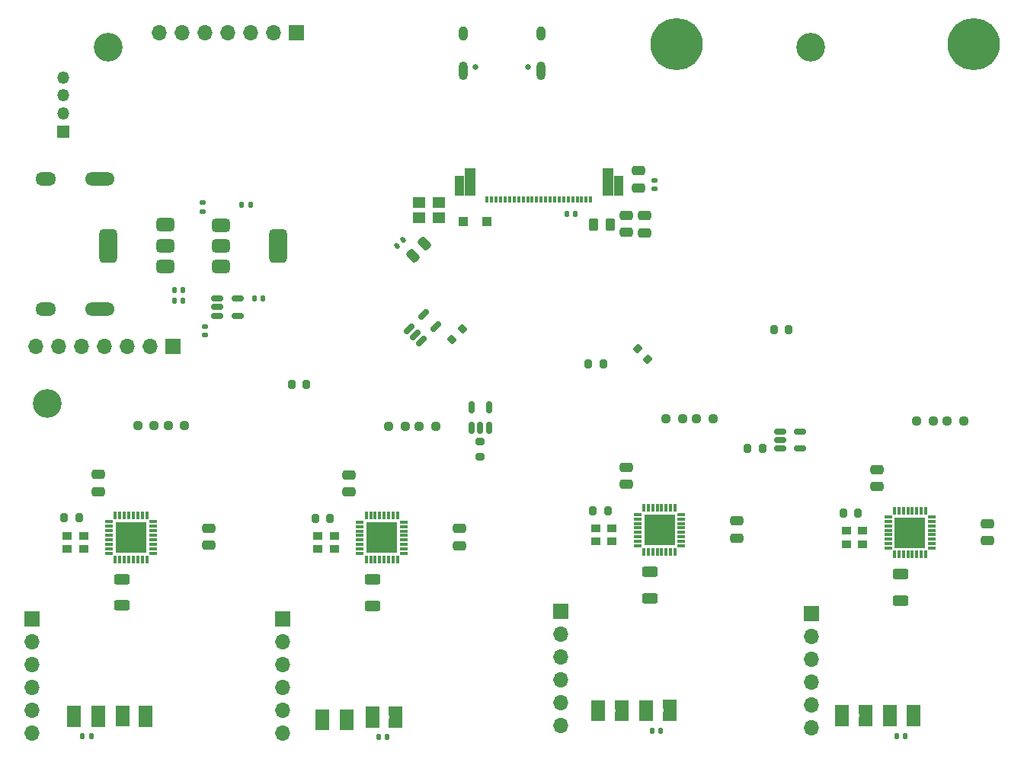
<source format=gbr>
%TF.GenerationSoftware,KiCad,Pcbnew,9.0.0*%
%TF.CreationDate,2026-01-02T12:40:45+01:00*%
%TF.ProjectId,camera,63616d65-7261-42e6-9b69-6361645f7063,rev?*%
%TF.SameCoordinates,Original*%
%TF.FileFunction,Soldermask,Bot*%
%TF.FilePolarity,Negative*%
%FSLAX46Y46*%
G04 Gerber Fmt 4.6, Leading zero omitted, Abs format (unit mm)*
G04 Created by KiCad (PCBNEW 9.0.0) date 2026-01-02 12:40:45*
%MOMM*%
%LPD*%
G01*
G04 APERTURE LIST*
G04 Aperture macros list*
%AMRoundRect*
0 Rectangle with rounded corners*
0 $1 Rounding radius*
0 $2 $3 $4 $5 $6 $7 $8 $9 X,Y pos of 4 corners*
0 Add a 4 corners polygon primitive as box body*
4,1,4,$2,$3,$4,$5,$6,$7,$8,$9,$2,$3,0*
0 Add four circle primitives for the rounded corners*
1,1,$1+$1,$2,$3*
1,1,$1+$1,$4,$5*
1,1,$1+$1,$6,$7*
1,1,$1+$1,$8,$9*
0 Add four rect primitives between the rounded corners*
20,1,$1+$1,$2,$3,$4,$5,0*
20,1,$1+$1,$4,$5,$6,$7,0*
20,1,$1+$1,$6,$7,$8,$9,0*
20,1,$1+$1,$8,$9,$2,$3,0*%
G04 Aperture macros list end*
%ADD10R,1.700000X1.700000*%
%ADD11O,1.700000X1.700000*%
%ADD12O,3.300000X1.500000*%
%ADD13O,2.300000X1.500000*%
%ADD14C,5.800000*%
%ADD15R,1.350000X1.350000*%
%ADD16O,1.350000X1.350000*%
%ADD17C,3.200000*%
%ADD18C,0.650000*%
%ADD19O,1.000000X2.100000*%
%ADD20O,1.000000X1.600000*%
%ADD21RoundRect,0.237500X-0.250000X-0.237500X0.250000X-0.237500X0.250000X0.237500X-0.250000X0.237500X0*%
%ADD22RoundRect,0.140000X0.021213X-0.219203X0.219203X-0.021213X-0.021213X0.219203X-0.219203X0.021213X0*%
%ADD23RoundRect,0.200000X-0.200000X-0.275000X0.200000X-0.275000X0.200000X0.275000X-0.200000X0.275000X0*%
%ADD24RoundRect,0.140000X0.140000X0.170000X-0.140000X0.170000X-0.140000X-0.170000X0.140000X-0.170000X0*%
%ADD25RoundRect,0.250000X-0.475000X0.250000X-0.475000X-0.250000X0.475000X-0.250000X0.475000X0.250000X0*%
%ADD26RoundRect,0.250000X-0.625000X0.312500X-0.625000X-0.312500X0.625000X-0.312500X0.625000X0.312500X0*%
%ADD27R,1.000000X1.000000*%
%ADD28R,1.500000X1.000000*%
%ADD29R,1.050000X0.950000*%
%ADD30RoundRect,0.140000X-0.140000X-0.170000X0.140000X-0.170000X0.140000X0.170000X-0.140000X0.170000X0*%
%ADD31RoundRect,0.200000X0.200000X0.275000X-0.200000X0.275000X-0.200000X-0.275000X0.200000X-0.275000X0*%
%ADD32RoundRect,0.140000X-0.170000X0.140000X-0.170000X-0.140000X0.170000X-0.140000X0.170000X0.140000X0*%
%ADD33RoundRect,0.237500X0.250000X0.237500X-0.250000X0.237500X-0.250000X-0.237500X0.250000X-0.237500X0*%
%ADD34RoundRect,0.250000X-0.159099X0.512652X-0.512652X0.159099X0.159099X-0.512652X0.512652X-0.159099X0*%
%ADD35R,0.300000X0.800000*%
%ADD36R,1.100000X2.200000*%
%ADD37R,1.300000X3.050000*%
%ADD38R,0.300000X0.850000*%
%ADD39R,0.850000X0.300000*%
%ADD40R,3.400000X3.400000*%
%ADD41RoundRect,0.375000X-0.625000X-0.375000X0.625000X-0.375000X0.625000X0.375000X-0.625000X0.375000X0*%
%ADD42RoundRect,0.500000X-0.500000X-1.400000X0.500000X-1.400000X0.500000X1.400000X-0.500000X1.400000X0*%
%ADD43RoundRect,0.200000X0.335876X0.053033X0.053033X0.335876X-0.335876X-0.053033X-0.053033X-0.335876X0*%
%ADD44RoundRect,0.200000X0.053033X-0.335876X0.335876X-0.053033X-0.053033X0.335876X-0.335876X0.053033X0*%
%ADD45RoundRect,0.150000X-0.512500X-0.150000X0.512500X-0.150000X0.512500X0.150000X-0.512500X0.150000X0*%
%ADD46RoundRect,0.150000X0.150000X-0.512500X0.150000X0.512500X-0.150000X0.512500X-0.150000X-0.512500X0*%
%ADD47R,1.400000X1.200000*%
%ADD48RoundRect,0.200000X0.275000X-0.200000X0.275000X0.200000X-0.275000X0.200000X-0.275000X-0.200000X0*%
%ADD49RoundRect,0.250000X-0.262500X-0.450000X0.262500X-0.450000X0.262500X0.450000X-0.262500X0.450000X0*%
%ADD50RoundRect,0.140000X0.170000X-0.140000X0.170000X0.140000X-0.170000X0.140000X-0.170000X-0.140000X0*%
%ADD51RoundRect,0.375000X0.625000X0.375000X-0.625000X0.375000X-0.625000X-0.375000X0.625000X-0.375000X0*%
%ADD52RoundRect,0.500000X0.500000X1.400000X-0.500000X1.400000X-0.500000X-1.400000X0.500000X-1.400000X0*%
%ADD53RoundRect,0.150000X-0.256326X-0.468458X0.468458X0.256326X0.256326X0.468458X-0.468458X-0.256326X0*%
G04 APERTURE END LIST*
%TO.C,JP10*%
G36*
X138145000Y-46705000D02*
G01*
X139645000Y-46705000D01*
X139645000Y-47005000D01*
X138145000Y-47005000D01*
X138145000Y-46705000D01*
G37*
%TO.C,JP4*%
G36*
X170540000Y-47230000D02*
G01*
X172040000Y-47230000D01*
X172040000Y-47530000D01*
X170540000Y-47530000D01*
X170540000Y-47230000D01*
G37*
%TO.C,JP12*%
G36*
X165245000Y-47230000D02*
G01*
X166745000Y-47230000D01*
X166745000Y-47530000D01*
X165245000Y-47530000D01*
X165245000Y-47230000D01*
G37*
%TO.C,JP8*%
G36*
X167890000Y-47230000D02*
G01*
X169390000Y-47230000D01*
X169390000Y-47530000D01*
X167890000Y-47530000D01*
X167890000Y-47230000D01*
G37*
%TO.C,JP11*%
G36*
X107535000Y-47725000D02*
G01*
X109035000Y-47725000D01*
X109035000Y-48025000D01*
X107535000Y-48025000D01*
X107535000Y-47725000D01*
G37*
%TO.C,JP14*%
G36*
X135495000Y-46675000D02*
G01*
X136995000Y-46675000D01*
X136995000Y-46975000D01*
X135495000Y-46975000D01*
X135495000Y-46675000D01*
G37*
%TO.C,JP9*%
G36*
X79945000Y-47310000D02*
G01*
X81445000Y-47310000D01*
X81445000Y-47610000D01*
X79945000Y-47610000D01*
X79945000Y-47310000D01*
G37*
%TO.C,JP1*%
G36*
X85220000Y-47315000D02*
G01*
X86720000Y-47315000D01*
X86720000Y-47615000D01*
X85220000Y-47615000D01*
X85220000Y-47315000D01*
G37*
%TO.C,JP5*%
G36*
X82635000Y-47295000D02*
G01*
X84135000Y-47295000D01*
X84135000Y-47595000D01*
X82635000Y-47595000D01*
X82635000Y-47295000D01*
G37*
%TO.C,JP13*%
G36*
X77250000Y-47315000D02*
G01*
X78750000Y-47315000D01*
X78750000Y-47615000D01*
X77250000Y-47615000D01*
X77250000Y-47315000D01*
G37*
%TO.C,JP15*%
G36*
X104850000Y-47715000D02*
G01*
X106350000Y-47715000D01*
X106350000Y-48015000D01*
X104850000Y-48015000D01*
X104850000Y-47715000D01*
G37*
%TO.C,JP7*%
G36*
X110410000Y-47410000D02*
G01*
X111910000Y-47410000D01*
X111910000Y-47710000D01*
X110410000Y-47710000D01*
X110410000Y-47410000D01*
G37*
%TO.C,JP16*%
G36*
X162570000Y-47245000D02*
G01*
X164070000Y-47245000D01*
X164070000Y-47545000D01*
X162570000Y-47545000D01*
X162570000Y-47245000D01*
G37*
%TO.C,JP3*%
G36*
X113005000Y-47415000D02*
G01*
X114505000Y-47415000D01*
X114505000Y-47715000D01*
X113005000Y-47715000D01*
X113005000Y-47415000D01*
G37*
%TO.C,JP2*%
G36*
X143485000Y-46655000D02*
G01*
X144985000Y-46655000D01*
X144985000Y-46955000D01*
X143485000Y-46955000D01*
X143485000Y-46655000D01*
G37*
%TO.C,JP6*%
G36*
X140820000Y-46680000D02*
G01*
X142320000Y-46680000D01*
X142320000Y-46980000D01*
X140820000Y-46980000D01*
X140820000Y-46680000D01*
G37*
%TD*%
D10*
%TO.C,J8*%
X73335000Y-36605000D03*
D11*
X73335000Y-39145000D03*
X73335000Y-41685000D03*
X73335000Y-44225000D03*
X73335000Y-46765000D03*
X73335000Y-49305000D03*
%TD*%
D12*
%TO.C,J3*%
X80835000Y-2217000D03*
X80835000Y12283000D03*
D13*
X74875000Y-2217000D03*
X74875000Y12283000D03*
%TD*%
D14*
%TO.C,U3*%
X177975000Y27315000D03*
X144975000Y27315000D03*
%TD*%
D10*
%TO.C,J1*%
X102745000Y28595000D03*
D11*
X100205000Y28595000D03*
X97665000Y28595000D03*
X95125000Y28595000D03*
X92585000Y28595000D03*
X90045000Y28595000D03*
X87505000Y28595000D03*
%TD*%
D15*
%TO.C,J16*%
X76815000Y17590000D03*
D16*
X76815000Y19590000D03*
X76815000Y21590000D03*
X76815000Y23590000D03*
%TD*%
D10*
%TO.C,J2*%
X88955000Y-6330000D03*
D11*
X86415000Y-6330000D03*
X83875000Y-6330000D03*
X81335000Y-6330000D03*
X78795000Y-6330000D03*
X76255000Y-6330000D03*
X73715000Y-6330000D03*
%TD*%
D10*
%TO.C,J10*%
X132062500Y-35802500D03*
D11*
X132062500Y-38342500D03*
X132062500Y-40882500D03*
X132062500Y-43422500D03*
X132062500Y-45962500D03*
X132062500Y-48502500D03*
%TD*%
D17*
%TO.C,H1*%
X75050000Y-12645000D03*
%TD*%
%TO.C,H4*%
X81820000Y26950000D03*
%TD*%
D10*
%TO.C,J14*%
X159911101Y-36070618D03*
D11*
X159911101Y-38610618D03*
X159911101Y-41150618D03*
X159911101Y-43690618D03*
X159911101Y-46230618D03*
X159911101Y-48770618D03*
%TD*%
D10*
%TO.C,J12*%
X101220000Y-36655000D03*
D11*
X101220000Y-39195000D03*
X101220000Y-41735000D03*
X101220000Y-44275000D03*
X101220000Y-46815000D03*
X101220000Y-49355000D03*
%TD*%
D17*
%TO.C,H2*%
X159850000Y26965000D03*
%TD*%
D18*
%TO.C,J4*%
X128425000Y24785000D03*
X122645000Y24785000D03*
D19*
X129855000Y24285000D03*
D20*
X129855000Y28465000D03*
D19*
X121215000Y24285000D03*
D20*
X121215000Y28465000D03*
%TD*%
D21*
%TO.C,R59*%
X112972500Y-15188899D03*
X114797500Y-15188899D03*
%TD*%
D22*
%TO.C,C136*%
X113855000Y4825000D03*
X114533822Y5503822D03*
%TD*%
D23*
%TO.C,R27*%
X102175000Y-10590000D03*
X103825000Y-10590000D03*
%TD*%
D24*
%TO.C,C32*%
X79920000Y-49715000D03*
X78960000Y-49715000D03*
%TD*%
D25*
%TO.C,C132*%
X141435000Y8195000D03*
X141435000Y6295000D03*
%TD*%
D26*
%TO.C,R52*%
X169871101Y-31678118D03*
X169871101Y-34603118D03*
%TD*%
D27*
%TO.C,TP6*%
X123900000Y7535000D03*
%TD*%
D26*
%TO.C,R36*%
X142022500Y-31410000D03*
X142022500Y-34335000D03*
%TD*%
D25*
%TO.C,C97*%
X120843899Y-26603899D03*
X120843899Y-28503899D03*
%TD*%
D28*
%TO.C,JP10*%
X138895000Y-46205000D03*
X138895000Y-47505000D03*
%TD*%
D25*
%TO.C,C131*%
X139400000Y8255000D03*
X139400000Y6355000D03*
%TD*%
D28*
%TO.C,JP4*%
X171290000Y-46730000D03*
X171290000Y-48030000D03*
%TD*%
%TO.C,JP12*%
X165995000Y-46730000D03*
X165995000Y-48030000D03*
%TD*%
D29*
%TO.C,Y6*%
X77225000Y-27385000D03*
X79075000Y-27385000D03*
X79075000Y-28835000D03*
X77225000Y-28835000D03*
%TD*%
D25*
%TO.C,C74*%
X151686399Y-25751399D03*
X151686399Y-27651399D03*
%TD*%
D30*
%TO.C,C13*%
X98060000Y-1035000D03*
X99020000Y-1035000D03*
%TD*%
D31*
%TO.C,R61*%
X157420000Y-4435000D03*
X155770000Y-4435000D03*
%TD*%
D28*
%TO.C,JP8*%
X168640000Y-46730000D03*
X168640000Y-48030000D03*
%TD*%
D32*
%TO.C,C133*%
X142515000Y12170000D03*
X142515000Y11210000D03*
%TD*%
D30*
%TO.C,C101*%
X169435000Y-49645000D03*
X170395000Y-49645000D03*
%TD*%
D33*
%TO.C,R56*%
X176858601Y-14604517D03*
X175033601Y-14604517D03*
%TD*%
D34*
%TO.C,C135*%
X116966751Y5126751D03*
X115623249Y3783249D03*
%TD*%
D35*
%TO.C,J15*%
X123910000Y10020000D03*
X124410000Y10020000D03*
X124910000Y10020000D03*
X125410000Y10020000D03*
X125910000Y10020000D03*
X126410000Y10020000D03*
X126910000Y10020000D03*
X127410000Y10020000D03*
X127910000Y10020000D03*
X128410000Y10020000D03*
X128910000Y10020000D03*
X129410000Y10020000D03*
X129910000Y10020000D03*
X130410000Y10020000D03*
X130910000Y10020000D03*
X131410000Y10020000D03*
X131910000Y10020000D03*
X132410000Y10020000D03*
X132910000Y10020000D03*
X133410000Y10020000D03*
X133910000Y10020000D03*
X134410000Y10020000D03*
X134910000Y10020000D03*
X135410000Y10020000D03*
D36*
X120810000Y11520000D03*
X138510000Y11520000D03*
D37*
X122010000Y11945000D03*
X137310000Y11945000D03*
%TD*%
D30*
%TO.C,C78*%
X111840000Y-49765000D03*
X112800000Y-49765000D03*
%TD*%
D33*
%TO.C,R53*%
X90282500Y-15138899D03*
X88457500Y-15138899D03*
%TD*%
D38*
%TO.C,IC3*%
X141307500Y-24312500D03*
X141807500Y-24312500D03*
X142307500Y-24312500D03*
X142807500Y-24312500D03*
X143307500Y-24312500D03*
X143807500Y-24312500D03*
X144307500Y-24312500D03*
X144807500Y-24312500D03*
D39*
X145507500Y-25012500D03*
X145507500Y-25512500D03*
X145507500Y-26012500D03*
X145507500Y-26512500D03*
X145507500Y-27012500D03*
X145507500Y-27512500D03*
X145507500Y-28012500D03*
X145507500Y-28512500D03*
D38*
X144807500Y-29212500D03*
X144307500Y-29212500D03*
X143807500Y-29212500D03*
X143307500Y-29212500D03*
X142807500Y-29212500D03*
X142307500Y-29212500D03*
X141807500Y-29212500D03*
X141307500Y-29212500D03*
D39*
X140607500Y-28512500D03*
X140607500Y-28012500D03*
X140607500Y-27512500D03*
X140607500Y-27012500D03*
X140607500Y-26512500D03*
X140607500Y-26012500D03*
X140607500Y-25512500D03*
X140607500Y-25012500D03*
D40*
X143057500Y-26762500D03*
%TD*%
D29*
%TO.C,Y15*%
X163801101Y-26850618D03*
X165651101Y-26850618D03*
X165651101Y-28300618D03*
X163801101Y-28300618D03*
%TD*%
D28*
%TO.C,JP11*%
X108285000Y-47225000D03*
X108285000Y-48525000D03*
%TD*%
D25*
%TO.C,C96*%
X108565000Y-20630000D03*
X108565000Y-22530000D03*
%TD*%
%TO.C,C119*%
X167256101Y-20045618D03*
X167256101Y-21945618D03*
%TD*%
D33*
%TO.C,R54*%
X149010000Y-14336399D03*
X147185000Y-14336399D03*
%TD*%
D30*
%TO.C,C8*%
X89155000Y-100000D03*
X90115000Y-100000D03*
%TD*%
D33*
%TO.C,R55*%
X118167500Y-15188899D03*
X116342500Y-15188899D03*
%TD*%
D25*
%TO.C,C51*%
X92958899Y-26553899D03*
X92958899Y-28453899D03*
%TD*%
%TO.C,C134*%
X140685000Y13225000D03*
X140685000Y11325000D03*
%TD*%
D41*
%TO.C,U5*%
X94350000Y2535000D03*
X94350000Y4835000D03*
X94350000Y7135000D03*
D42*
X100650000Y4835000D03*
%TD*%
D30*
%TO.C,C55*%
X142260000Y-49120000D03*
X143220000Y-49120000D03*
%TD*%
D28*
%TO.C,JP14*%
X136245000Y-46175000D03*
X136245000Y-47475000D03*
%TD*%
D38*
%TO.C,IC2*%
X82580000Y-25115000D03*
X83080000Y-25115000D03*
X83580000Y-25115000D03*
X84080000Y-25115000D03*
X84580000Y-25115000D03*
X85080000Y-25115000D03*
X85580000Y-25115000D03*
X86080000Y-25115000D03*
D39*
X86780000Y-25815000D03*
X86780000Y-26315000D03*
X86780000Y-26815000D03*
X86780000Y-27315000D03*
X86780000Y-27815000D03*
X86780000Y-28315000D03*
X86780000Y-28815000D03*
X86780000Y-29315000D03*
D38*
X86080000Y-30015000D03*
X85580000Y-30015000D03*
X85080000Y-30015000D03*
X84580000Y-30015000D03*
X84080000Y-30015000D03*
X83580000Y-30015000D03*
X83080000Y-30015000D03*
X82580000Y-30015000D03*
D39*
X81880000Y-29315000D03*
X81880000Y-28815000D03*
X81880000Y-28315000D03*
X81880000Y-27815000D03*
X81880000Y-27315000D03*
X81880000Y-26815000D03*
X81880000Y-26315000D03*
X81880000Y-25815000D03*
D40*
X84330000Y-27565000D03*
%TD*%
D21*
%TO.C,R60*%
X171663601Y-14604517D03*
X173488601Y-14604517D03*
%TD*%
D28*
%TO.C,JP9*%
X80695000Y-46810000D03*
X80695000Y-48110000D03*
%TD*%
D31*
%TO.C,R42*%
X106455000Y-25430000D03*
X104805000Y-25430000D03*
%TD*%
D29*
%TO.C,Y9*%
X135952500Y-26582500D03*
X137802500Y-26582500D03*
X137802500Y-28032500D03*
X135952500Y-28032500D03*
%TD*%
D31*
%TO.C,R34*%
X137297500Y-24577500D03*
X135647500Y-24577500D03*
%TD*%
D28*
%TO.C,JP1*%
X85970000Y-46815000D03*
X85970000Y-48115000D03*
%TD*%
D38*
%TO.C,IC5*%
X169156101Y-24580618D03*
X169656101Y-24580618D03*
X170156101Y-24580618D03*
X170656101Y-24580618D03*
X171156101Y-24580618D03*
X171656101Y-24580618D03*
X172156101Y-24580618D03*
X172656101Y-24580618D03*
D39*
X173356101Y-25280618D03*
X173356101Y-25780618D03*
X173356101Y-26280618D03*
X173356101Y-26780618D03*
X173356101Y-27280618D03*
X173356101Y-27780618D03*
X173356101Y-28280618D03*
X173356101Y-28780618D03*
D38*
X172656101Y-29480618D03*
X172156101Y-29480618D03*
X171656101Y-29480618D03*
X171156101Y-29480618D03*
X170656101Y-29480618D03*
X170156101Y-29480618D03*
X169656101Y-29480618D03*
X169156101Y-29480618D03*
D39*
X168456101Y-28780618D03*
X168456101Y-28280618D03*
X168456101Y-27780618D03*
X168456101Y-27280618D03*
X168456101Y-26780618D03*
X168456101Y-26280618D03*
X168456101Y-25780618D03*
X168456101Y-25280618D03*
D40*
X170906101Y-27030618D03*
%TD*%
D28*
%TO.C,JP5*%
X83385000Y-46795000D03*
X83385000Y-48095000D03*
%TD*%
D24*
%TO.C,C130*%
X133725000Y8385000D03*
X132765000Y8385000D03*
%TD*%
D43*
%TO.C,R62*%
X141775000Y-7780000D03*
X140608274Y-6613274D03*
%TD*%
D21*
%TO.C,R57*%
X85087500Y-15138899D03*
X86912500Y-15138899D03*
%TD*%
D28*
%TO.C,JP13*%
X78000000Y-46815000D03*
X78000000Y-48115000D03*
%TD*%
D25*
%TO.C,C73*%
X139407500Y-19777500D03*
X139407500Y-21677500D03*
%TD*%
D38*
%TO.C,IC4*%
X110465000Y-25165000D03*
X110965000Y-25165000D03*
X111465000Y-25165000D03*
X111965000Y-25165000D03*
X112465000Y-25165000D03*
X112965000Y-25165000D03*
X113465000Y-25165000D03*
X113965000Y-25165000D03*
D39*
X114665000Y-25865000D03*
X114665000Y-26365000D03*
X114665000Y-26865000D03*
X114665000Y-27365000D03*
X114665000Y-27865000D03*
X114665000Y-28365000D03*
X114665000Y-28865000D03*
X114665000Y-29365000D03*
D38*
X113965000Y-30065000D03*
X113465000Y-30065000D03*
X112965000Y-30065000D03*
X112465000Y-30065000D03*
X111965000Y-30065000D03*
X111465000Y-30065000D03*
X110965000Y-30065000D03*
X110465000Y-30065000D03*
D39*
X109765000Y-29365000D03*
X109765000Y-28865000D03*
X109765000Y-28365000D03*
X109765000Y-27865000D03*
X109765000Y-27365000D03*
X109765000Y-26865000D03*
X109765000Y-26365000D03*
X109765000Y-25865000D03*
D40*
X112215000Y-27615000D03*
%TD*%
D32*
%TO.C,C9*%
X92575000Y-4095000D03*
X92575000Y-5055000D03*
%TD*%
D30*
%TO.C,C11*%
X96635000Y9440000D03*
X97595000Y9440000D03*
%TD*%
D44*
%TO.C,R64*%
X120021637Y-5548363D03*
X121188363Y-4381637D03*
%TD*%
D21*
%TO.C,R58*%
X143815000Y-14336399D03*
X145640000Y-14336399D03*
%TD*%
D31*
%TO.C,R50*%
X165146101Y-24845618D03*
X163496101Y-24845618D03*
%TD*%
D29*
%TO.C,Y12*%
X105110000Y-27435000D03*
X106960000Y-27435000D03*
X106960000Y-28885000D03*
X105110000Y-28885000D03*
%TD*%
D31*
%TO.C,R26*%
X78570000Y-25380000D03*
X76920000Y-25380000D03*
%TD*%
D45*
%TO.C,U6*%
X93917500Y-2902500D03*
X93917500Y-1952500D03*
X93917500Y-1002500D03*
X96192500Y-1002500D03*
X96192500Y-2902500D03*
%TD*%
D25*
%TO.C,C120*%
X179535000Y-26019517D03*
X179535000Y-27919517D03*
%TD*%
D28*
%TO.C,JP15*%
X105600000Y-47215000D03*
X105600000Y-48515000D03*
%TD*%
D25*
%TO.C,C50*%
X80680000Y-20580000D03*
X80680000Y-22480000D03*
%TD*%
D28*
%TO.C,JP7*%
X111160000Y-46910000D03*
X111160000Y-48210000D03*
%TD*%
D46*
%TO.C,U7*%
X124099999Y-15367500D03*
X123150000Y-15367500D03*
X122200001Y-15367500D03*
X122200001Y-13092500D03*
X124099999Y-13092500D03*
%TD*%
D45*
%TO.C,U14*%
X156432500Y-17697500D03*
X156432500Y-16747500D03*
X156432500Y-15797500D03*
X158707500Y-15797500D03*
X158707500Y-17697500D03*
%TD*%
D24*
%TO.C,C10*%
X90105000Y-1245000D03*
X89145000Y-1245000D03*
%TD*%
D28*
%TO.C,JP16*%
X163320000Y-46745000D03*
X163320000Y-48045000D03*
%TD*%
D47*
%TO.C,Y16*%
X116355000Y9710000D03*
X118555000Y9710000D03*
X118555000Y8010000D03*
X116355000Y8010000D03*
%TD*%
D28*
%TO.C,JP3*%
X113755000Y-46915000D03*
X113755000Y-48215000D03*
%TD*%
D26*
%TO.C,R28*%
X83295000Y-32212500D03*
X83295000Y-35137500D03*
%TD*%
D48*
%TO.C,R43*%
X123150000Y-18595000D03*
X123150000Y-16945000D03*
%TD*%
D28*
%TO.C,JP2*%
X144235000Y-46155000D03*
X144235000Y-47455000D03*
%TD*%
D23*
%TO.C,R35*%
X152860000Y-17670000D03*
X154510000Y-17670000D03*
%TD*%
D49*
%TO.C,FB14*%
X135737500Y7230000D03*
X137562500Y7230000D03*
%TD*%
D31*
%TO.C,R63*%
X136805000Y-8250000D03*
X135155000Y-8250000D03*
%TD*%
D28*
%TO.C,JP6*%
X141570000Y-46180000D03*
X141570000Y-47480000D03*
%TD*%
D50*
%TO.C,C12*%
X92335000Y8700000D03*
X92335000Y9660000D03*
%TD*%
D51*
%TO.C,U4*%
X88135000Y7180000D03*
X88135000Y4880000D03*
X88135000Y2580000D03*
D52*
X81835000Y4880000D03*
%TD*%
D26*
%TO.C,R44*%
X111180000Y-32262500D03*
X111180000Y-35187500D03*
%TD*%
D53*
%TO.C,U16*%
X116570000Y-5725000D03*
X115898249Y-5053249D03*
X115226498Y-4381498D03*
X116835166Y-2772830D03*
X118178668Y-4116332D03*
%TD*%
D27*
%TO.C,TP5*%
X121220000Y7555000D03*
%TD*%
M02*

</source>
